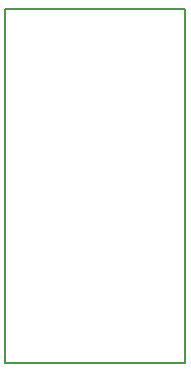
<source format=gbr>
G04 (created by PCBNEW (2013-jul-07)-stable) date Mon 27 Jan 2014 06:07:48 NZDT*
%MOIN*%
G04 Gerber Fmt 3.4, Leading zero omitted, Abs format*
%FSLAX34Y34*%
G01*
G70*
G90*
G04 APERTURE LIST*
%ADD10C,0.00590551*%
G04 APERTURE END LIST*
G54D10*
X22000Y-17800D02*
X22000Y-6000D01*
X28000Y-6000D02*
X28000Y-17800D01*
X22000Y-17800D02*
X28000Y-17800D01*
X22000Y-6000D02*
X28000Y-6000D01*
M02*

</source>
